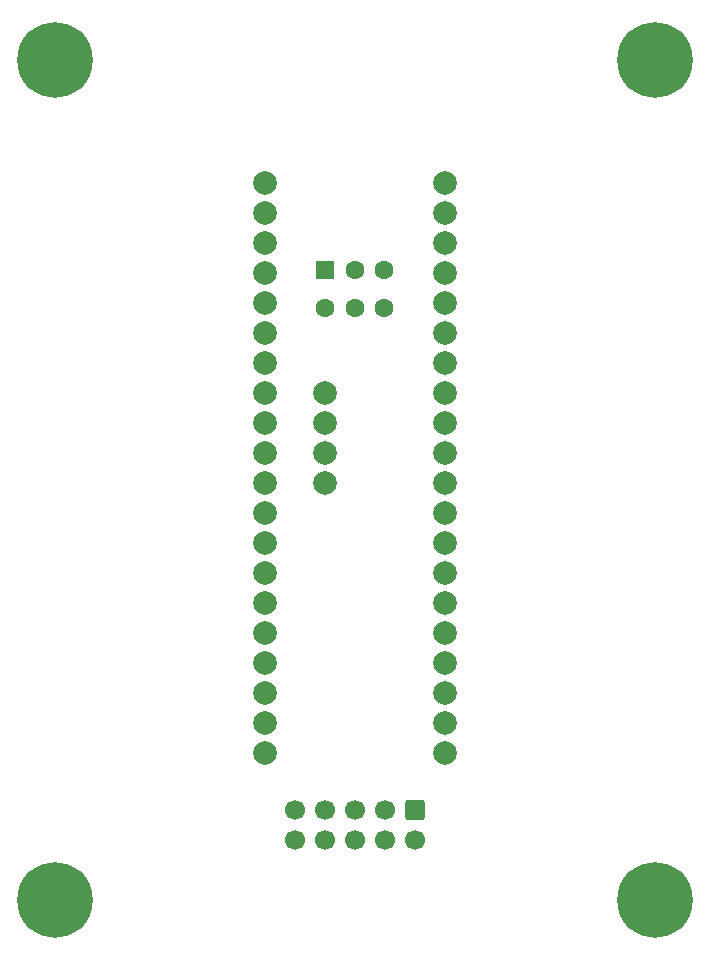
<source format=gbr>
G04 #@! TF.GenerationSoftware,KiCad,Pcbnew,(6.0.6)*
G04 #@! TF.CreationDate,2022-08-02T14:12:15+07:00*
G04 #@! TF.ProjectId,flashbed,666c6173-6862-4656-942e-6b696361645f,rev?*
G04 #@! TF.SameCoordinates,Original*
G04 #@! TF.FileFunction,Soldermask,Bot*
G04 #@! TF.FilePolarity,Negative*
%FSLAX46Y46*%
G04 Gerber Fmt 4.6, Leading zero omitted, Abs format (unit mm)*
G04 Created by KiCad (PCBNEW (6.0.6)) date 2022-08-02 14:12:15*
%MOMM*%
%LPD*%
G01*
G04 APERTURE LIST*
G04 Aperture macros list*
%AMRoundRect*
0 Rectangle with rounded corners*
0 $1 Rounding radius*
0 $2 $3 $4 $5 $6 $7 $8 $9 X,Y pos of 4 corners*
0 Add a 4 corners polygon primitive as box body*
4,1,4,$2,$3,$4,$5,$6,$7,$8,$9,$2,$3,0*
0 Add four circle primitives for the rounded corners*
1,1,$1+$1,$2,$3*
1,1,$1+$1,$4,$5*
1,1,$1+$1,$6,$7*
1,1,$1+$1,$8,$9*
0 Add four rect primitives between the rounded corners*
20,1,$1+$1,$2,$3,$4,$5,0*
20,1,$1+$1,$4,$5,$6,$7,0*
20,1,$1+$1,$6,$7,$8,$9,0*
20,1,$1+$1,$8,$9,$2,$3,0*%
G04 Aperture macros list end*
%ADD10C,2.000000*%
%ADD11RoundRect,0.250000X-0.600000X0.600000X-0.600000X-0.600000X0.600000X-0.600000X0.600000X0.600000X0*%
%ADD12C,1.700000*%
%ADD13R,1.600000X1.600000*%
%ADD14C,1.600000*%
%ADD15C,0.800000*%
%ADD16C,6.400000*%
G04 APERTURE END LIST*
D10*
X80010000Y-52070000D03*
X80010000Y-54610000D03*
X80010000Y-57150000D03*
X80010000Y-59690000D03*
D11*
X87630000Y-87376000D03*
D12*
X87630000Y-89916000D03*
X85090000Y-87376000D03*
X85090000Y-89916000D03*
X82550000Y-87376000D03*
X82550000Y-89916000D03*
X80010000Y-87376000D03*
X80010000Y-89916000D03*
X77470000Y-87376000D03*
X77470000Y-89916000D03*
D13*
X80050000Y-41656000D03*
D14*
X82550000Y-41656000D03*
X85050000Y-41656000D03*
X80050000Y-44856000D03*
X82550000Y-44856000D03*
X85050000Y-44856000D03*
D15*
X106252944Y-93298944D03*
X109647056Y-96693056D03*
X109647056Y-93298944D03*
X110350000Y-94996000D03*
D16*
X107950000Y-94996000D03*
D15*
X107950000Y-92596000D03*
X106252944Y-96693056D03*
X107950000Y-97396000D03*
X105550000Y-94996000D03*
X59550000Y-23876000D03*
X57150000Y-26276000D03*
X54750000Y-23876000D03*
D16*
X57150000Y-23876000D03*
D15*
X57150000Y-21476000D03*
X58847056Y-22178944D03*
X58847056Y-25573056D03*
X55452944Y-25573056D03*
X55452944Y-22178944D03*
X57150000Y-92596000D03*
D16*
X57150000Y-94996000D03*
D15*
X55452944Y-96693056D03*
X58847056Y-93298944D03*
X57150000Y-97396000D03*
X55452944Y-93298944D03*
X54750000Y-94996000D03*
X58847056Y-96693056D03*
X59550000Y-94996000D03*
D10*
X90170000Y-34290000D03*
X90170000Y-36830000D03*
X90170000Y-39370000D03*
X90170000Y-41910000D03*
X90170000Y-44450000D03*
X90170000Y-46990000D03*
X90170000Y-49530000D03*
X90170000Y-52070000D03*
X90170000Y-54610000D03*
X90170000Y-57150000D03*
X90170000Y-59690000D03*
X90170000Y-62230000D03*
X90170000Y-64770000D03*
X90170000Y-67310000D03*
X90170000Y-69850000D03*
X90170000Y-72390000D03*
X90170000Y-74930000D03*
X90170000Y-77470000D03*
X90170000Y-80010000D03*
X90170000Y-82550000D03*
X74930000Y-34290000D03*
X74930000Y-36830000D03*
X74930000Y-39370000D03*
X74930000Y-41910000D03*
X74930000Y-44450000D03*
X74930000Y-46990000D03*
X74930000Y-49530000D03*
X74930000Y-52070000D03*
X74930000Y-54610000D03*
X74930000Y-57150000D03*
X74930000Y-59690000D03*
X74930000Y-62230000D03*
X74930000Y-64770000D03*
X74930000Y-67310000D03*
X74930000Y-69850000D03*
X74930000Y-72390000D03*
X74930000Y-74930000D03*
X74930000Y-77470000D03*
X74930000Y-80010000D03*
X74930000Y-82550000D03*
D16*
X107950000Y-23876000D03*
D15*
X105550000Y-23876000D03*
X106252944Y-25573056D03*
X110350000Y-23876000D03*
X109647056Y-22178944D03*
X106252944Y-22178944D03*
X107950000Y-21476000D03*
X109647056Y-25573056D03*
X107950000Y-26276000D03*
M02*

</source>
